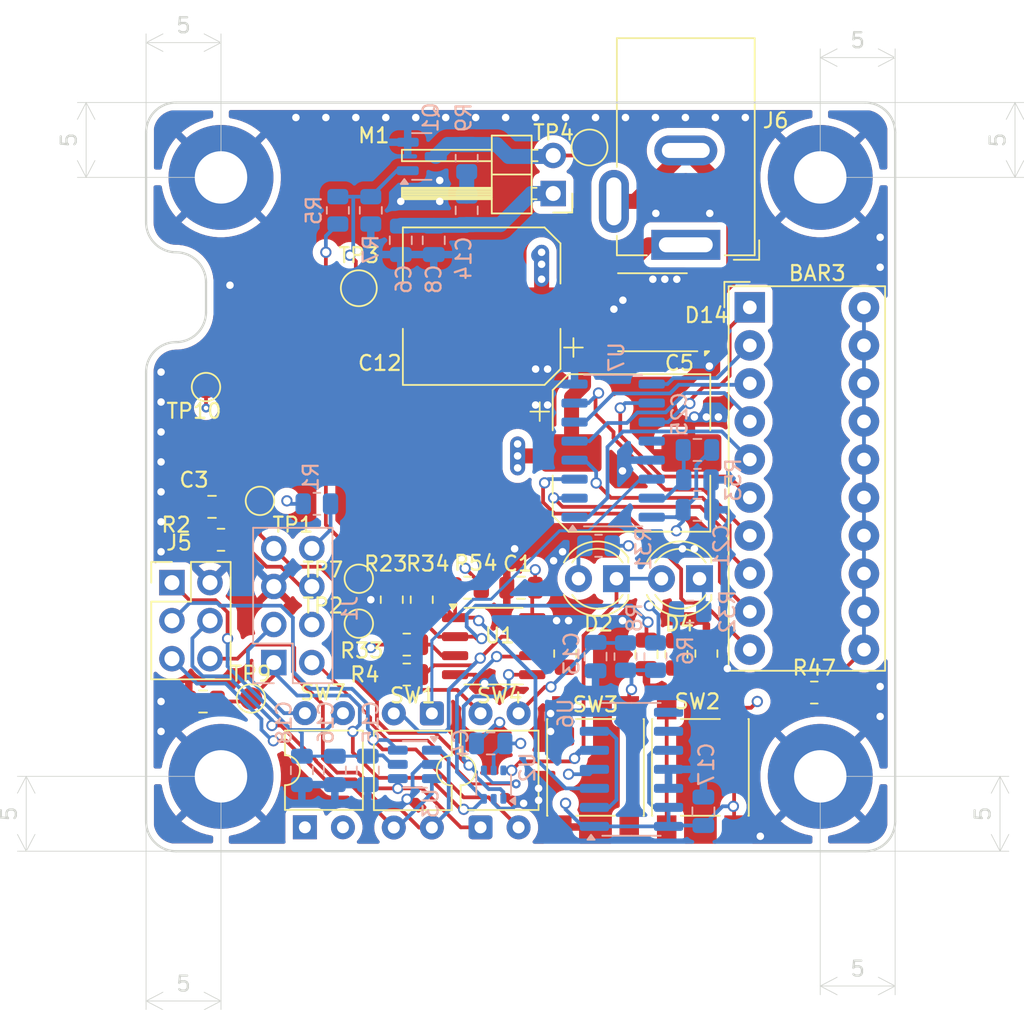
<source format=kicad_pcb>
(kicad_pcb (version 20241229) (generator "pcbnew") (generator_version "9.0")
  (layers (0 "F.Cu" signal) (4 "In1.Cu" signal) (6 "In2.Cu" signal) (2 "B.Cu" signal) (13 "F.Paste" user) (15 "B.Paste" user) (5 "F.SilkS" user "F.Silkscreen") (7 "B.SilkS" user "B.Silkscreen") (1 "F.Mask" user) (3 "B.Mask" user) (25 "Edge.Cuts" user))
  (net 0 "")
  (net 1 "GND")
  (net 2 "VCC")
  (net 3 "Net-(C14-Pad2)")
  (net 4 "HUMIDITY_SENSOR_IN")
  (net 5 "HUMIDITY_SENSOR_OUT")
  (net 6 "PUMP_ON_OFF")
  (net 7 "Net-(Q1-G)")
  (net 8 "HUMIDITY_SENSOR_COMP")
  (net 9 "Net-(U7-Q6)")
  (net 10 "DISPLAY_POWER")
  (net 11 "Net-(BAR3-K-Pad11)")
  (net 12 "Net-(U7-Q0)")
  (net 13 "Net-(U7-Q8)")
  (net 14 "Net-(U7-Q5)")
  (net 15 "Net-(U7-Q9)")
  (net 16 "Net-(U7-Q2)")
  (net 17 "Net-(U7-Q4)")
  (net 18 "Net-(U7-Q3)")
  (net 19 "Net-(U7-Q7)")
  (net 20 "Net-(U1A--)")
  (net 21 "Net-(U7-Q1)")
  (net 22 "Net-(U7-Reset)")
  (net 23 "Net-(D2-A)")
  (net 24 "Net-(D2-K)")
  (net 25 "Net-(R6-Pad2)")
  (net 26 "Net-(R11-Pad1)")
  (net 27 "Net-(U1A-+)")
  (net 28 "Net-(U6A-C)")
  (net 30 "Net-(J5-Pin_4)")
  (net 31 "DISPLAY_DATA")
  (net 32 "Net-(U6A-D)")
  (net 35 "Net-(M1--)")
  (net 36 "Net-(J5-Pin_5)")
  (net 37 "Net-(J5-Pin_6)")
  (net 38 "Net-(J5-Pin_1)")
  (net 39 "Net-(D14-Pad3)")
  (net 40 "Net-(D14-Pad4)")
  (net 41 "Net-(J5-Pin_3)")
  (net 42 "POT_DOWN")
  (net 43 "POT_UP")
  (net 44 "Net-(D4-K)")
  (net 45 "BUTTON")
  (net 46 "DISPLAY_BARGRAPH")
  (footprint "Resistor_SMD:R_0805_2012Metric" (layer "F.Cu") (at 172.4 76.8 90)
    (property "Reference" "R11" (hide yes))
    (property "Value" "10k")
  )
  (footprint "Package_DIP:DIP-4_W7.62mm" (layer "F.Cu") (at 145.6 88.4 90)
    (property "Reference" "SW7")
    (property "Value" "SW_DIP_x02")
  )
  (footprint "Capacitor_SMD:C_0805_2012Metric" (layer "F.Cu") (at 139.4 67 180)
    (property "Reference" "C3")
    (property "Value" "100n")
  )
  (footprint "Connector_PinHeader_2.54mm:PinHeader_1x02_P2.54mm_Horizontal" (layer "F.Cu") (at 162.175 46.075 180)
    (property "Reference" "M1")
    (property "Value" "Motor_DC")
  )
  (footprint "Resistor_SMD:R_0805_2012Metric" (layer "F.Cu") (at 156.4625 72.4)
    (property "Reference" "R54")
    (property "Value" "1k")
  )
  (footprint "Button_Switch_SMD:SW_SPST_PTS645" (layer "F.Cu") (at 165 84.4 90)
    (property "Reference" "SW3")
    (property "Value" "SW_Push")
  )
  (footprint "Capacitor_SMD:CP_Elec_10x10" (layer "F.Cu") (at 167.4 63.4)
    (property "Reference" "C5")
    (property "Value" "680u/12v")
  )
  (footprint "Resistor_SMD:R_0805_2012Metric" (layer "F.Cu") (at 153.4 73.2 90)
    (property "Reference" "R34")
    (property "Value" "100k")
  )
  (footprint "MountingHole:MountingHole_3.5mm_Pad" (layer "F.Cu") (at 140 45)
    (property "Reference" "H1" (hide yes))
    (property "Value" "MountingHole_Pad")
  )
  (footprint "Resistor_SMD:R_0805_2012Metric" (layer "F.Cu") (at 151.4 73.2 90)
    (property "Reference" "R23")
    (property "Value" "10k")
  )
  (footprint "Connector_BarrelJack:BarrelJack_GCT_DCJ200-10-A_Horizontal" (layer "F.Cu") (at 171.025 49.5 180)
    (property "Reference" "J6")
    (property "Value" "Barrel_Jack_Switch")
  )
  (footprint "Diode_SMD:Diode_Bridge_Diotec_ABS" (layer "F.Cu") (at 168.8 54 180)
    (property "Reference" "D14")
    (property "Value" "ABS2")
  )
  (footprint "Resistor_SMD:R_0805_2012Metric" (layer "F.Cu") (at 162.975 76.8 90)
    (property "Reference" "R3" (hide yes))
    (property "Value" "470k")
  )
  (footprint "Capacitor_SMD:C_0805_2012Metric" (layer "F.Cu") (at 138.8 80 180)
    (property "Reference" "C2" (hide yes))
    (property "Value" "3n3")
  )
  (footprint "TestPoint:TestPoint_Pad_D1.5mm" (layer "F.Cu") (at 149.2 71.8)
    (property "Reference" "TP7")
    (property "Value" "TestPoint")
  )
  (footprint "LED_THT:LED_D4.0mm" (layer "F.Cu") (at 171.94 71.8 180)
    (property "Reference" "D4")
    (property "Value" "LED")
  )
  (footprint "MountingHole:MountingHole_3.5mm_Pad" (layer "F.Cu") (at 180 45)
    (property "Reference" "H2" (hide yes))
    (property "Value" "MountingHole_Pad")
  )
  (footprint "Display:HDSP-4830" (layer "F.Cu") (at 175.2975 53.6775)
    (property "Reference" "BAR3")
    (property "Value" "HDSP-4830_2")
  )
  (footprint "Package_DIP:DIP-4_W7.62mm" (layer "F.Cu") (at 157.325 88.405 90)
    (property "Reference" "SW4")
    (property "Value" "SW_DIP_x02")
  )
  (footprint "LED_THT:LED_D4.0mm" (layer "F.Cu") (at 166.4 71.8 180)
    (property "Reference" "D2")
    (property "Value" "LED")
  )
  (footprint "Button_Switch_SMD:SW_SPST_PTS645" (layer "F.Cu") (at 172 84.4 90)
    (property "Reference" "SW2")
    (property "Value" "SW_Push")
  )
  (footprint "Package_SO:SO-8_3.9x4.9mm_P1.27mm" (layer "F.Cu") (at 158.2 76.305)
    (property "Reference" "U1")
    (property "Value" "MCP6002-xSN")
  )
  (footprint "Capacitor_SMD:C_0805_2012Metric" (layer "F.Cu") (at 168.4 76.85 -90)
    (property "Reference" "C7" (hide yes))
    (property "Value" "100n")
  )
  (footprint "TestPoint:TestPoint_Pad_D1.5mm" (layer "F.Cu") (at 149.2 74.8)
    (property "Reference" "TP2")
    (property "Value" "TestPoint")
  )
  (footprint "Capacitor_SMD:CP_Elec_10x10" (layer "F.Cu") (at 157.4 53.6 180)
    (property "Reference" "C12")
    (property "Value" "680u/12v")
  )
  (footprint "Connector_PinHeader_2.54mm:PinHeader_2x03_P2.54mm_Vertical" (layer "F.Cu") (at 136.725 72.06)
    (property "Reference" "J5")
    (property "Value" "Conn_02x03_Odd_Even")
  )
  (footprint "TestPoint:TestPoint_Pad_D1.5mm" (layer "F.Cu") (at 142 79.8)
    (property "Reference" "TP9")
    (property "Value" "TestPoint")
  )
  (footprint "Resistor_SMD:R_0805_2012Metric" (layer "F.Cu") (at 152.4 78.2 180)
    (property "Reference" "R4")
    (property "Value" "1k")
  )
  (footprint "MountingHole:MountingHole_3.5mm_Pad" (layer "F.Cu") (at 140 85)
    (property "Reference" "H4" (hide yes))
    (property "Value" "MountingHole_Pad")
  )
  (footprint "TestPoint:TestPoint_Pad_D1.5mm" (layer "F.Cu") (at 139 59)
    (property "Reference" "TP10")
    (property "Value" "TestPoint")
  )
  (footprint "Resistor_SMD:R_0805_2012Metric" (layer "F.Cu") (at 179.6 79.4)
    (property "Reference" "R47")
    (property "Value" "220R")
  )
  (footprint "TestPoint:TestPoint_Pad_D2.0mm" (layer "F.Cu") (at 149.2 52.4 90)
    (property "Reference" "TP3")
    (property "Value" "TestPoint")
  )
  (footprint "Resistor_SMD:R_0805_2012Metric" (layer "F.Cu") (at 140 69.2)
    (property "Reference" "R2")
    (property "Value" "0R")
  )
  (footprint "Resistor_SMD:R_0805_2012Metric" (layer "F.Cu") (at 170.4 76.85 90)
    (property "Reference" "R24" (hide yes))
    (property "Value" "10k")
  )
  (footprint "Capacitor_SMD:C_0805_2012Metric" (layer "F.Cu") (at 160.025 72.4 180)
    (property "Reference" "C1")
    (property "Value" "100n")
  )
  (footprint "Resistor_SMD:R_0805_2012Metric" (layer "F.Cu") (at 152.4 76.2)
    (property "Reference" "R33")
    (property "Value" "10k")
  )
  (footprint "MountingHole:MountingHole_3.5mm_Pad" (layer "F.Cu") (at 180 85)
    (property "Reference" "H3" (hide yes))
    (property "Value" "MountingHole_Pad")
  )
  (footprint "TestPoint:TestPoint_Pad_D2.0mm" (layer "F.Cu") (at 164.6 43)
    (property "Reference" "TP4")
    (property "Value" "TestPoint")
  )
  (footprint "TestPoint:TestPoint_Pad_D1.5mm" (layer "F.Cu") (at 142.6 66.6)
    (property "Reference" "TP1")
    (property "Value" "TestPoint")
  )
  (footprint "Package_DIP:DIP-4_W7.62mm" (layer "F.Cu") (at 154.075 80.795 -90)
    (property "Reference" "SW1")
    (property "Value" "SW_DIP_x02")
  )
  (footprint "Capacitor_SMD:C_0805_2012Metric" (layer "B.Cu") (at 152 49.2 -90)
    (property "Reference" "C6")
    (property "Value" "330n")
  )
  (footprint "Capacitor_SMD:C_0805_2012Metric" (layer "B.Cu") (at 145.4 84.6 -90)
    (property "Reference" "C18")
    (property "Value" "100n")
  )
  (footprint "Capacitor_SMD:C_0805_2012Metric" (layer "B.Cu") (at 165 77 -90)
    (property "Reference" "C13")
    (property "Value" "100n")
  )
  (footprint "Resistor_SMD:R_0805_2012Metric" (layer "B.Cu") (at 147.8 47.2 90)
    (property "Reference" "R5")
    (property "Value" "47R")
  )
  (footprint "Resistor_SMD:R_0805_2012Metric" (layer "B.Cu") (at 156.4 43.7125 90)
    (property "Reference" "R9")
    (property "Value" "4R7")
  )
  (footprint "Capacitor_SMD:C_0805_2012Metric" (layer "B.Cu") (at 171.8 63.2 180)
    (property "Reference" "C25")
    (property "Value" "100n")
  )
  (footprint "Resistor_SMD:R_0805_2012Metric" (layer "B.Cu") (at 171.3125 74)
    (property "Reference" "R32")
    (property "Value" "220R")
  )
  (footprint "Resistor_SMD:R_0805_2012Metric" (layer "B.Cu") (at 167 77 90)
    (property "Reference" "R8")
    (property "Value" "10k")
  )
  (footprint "Package_SO:SO-16_3.9x9.9mm_P1.27mm" (layer "B.Cu") (at 166.175 63.245)
    (property "Reference" "U7")
    (property "Value" "4017")
  )
  (footprint "Resistor_SMD:R_0805_2012Metric" (layer "B.Cu") (at 150 47.2 -90)
    (property "Reference" "R7")
    (property "Value" "10k")
  )
  (footprint "Package_SO:SO-14_3.9x8.65mm_P1.27mm" (layer "B.Cu") (at 167.4 84.53)
    (property "Reference" "U6")
    (property "Value" "74HC74")
  )
  (footprint "Package_TO_SOT_SMD:SOT-23" (layer "B.Cu") (at 153.4 43.6)
    (property "Reference" "Q1")
    (property "Value" "AO3404A")
  )
  (footprint "Capacitor_SMD:C_0805_2012Metric" (layer "B.Cu") (at 158 82.8 180)
    (property "Reference" "C4")
    (property "Value" "100n")
  )
  (footprint "Capacitor_SMD:C_0805_2012Metric" (layer "B.Cu") (at 171.8 67.195)
    (property "Reference" "C21")
    (property "Value" "100n")
  )
  (footprint "Resistor_SMD:R_0805_2012Metric" (layer "B.Cu") (at 171.8 65.2 180)
    (property "Reference" "R53")
    (property "Value" "22k")
  )
  (footprint "Resistor_SMD:R_0805_2012Metric" (layer "B.Cu") (at 169 77 -90)
    (property "Reference" "R6")
    (property "Value" "10k")
  )
  (footprint "Capacitor_SMD:C_0805_2012Metric" (layer "B.Cu") (at 149.8 84.6 -90)
    (property "Reference" "C15")
    (property "Value" "100n")
  )
  (footprint "Package_TO_SOT_SMD:SOT-363_SC-70-6" (layer "B.Cu") (at 158.2 85.55 90)
    (property "Reference" "U2")
    (property "Value" "74LVC1G3157")
  )
  (footprint "Connector_PinHeader_2.54mm:PinHeader_2x04_P2.54mm_Vertical" (layer "B.Cu") (at 143.525 77.4)
    (property "Reference" "J1")
    (property "Value" "Conn_02x04_Counter_Clockwise")
  )
  (footprint "Package_TO_SOT_SMD:SOT-23-6" (layer "B.Cu") (at 152.9375 84.2 180)
    (property "Reference" "U3")
    (property "Value" "PIC10F200-IOT")
  )
  (footprint "Capacitor_SMD:C_0805_2012Metric" (layer "B.Cu") (at 147.6 84.6 -90)
    (property "Reference" "C16")
    (property "Value" "100n")
  )
  (footprint "Resistor_SMD:R_0805_2012Metric" (layer "B.Cu") (at 146.4 66.8 180)
    (property "Reference" "R1")
    (property "Value" "0R")
  )
  (footprint "Resistor_SMD:R_0805_2012Metric" (layer "B.Cu") (at 165.2 69.6)
    (property "Reference" "R31")
    (property "Value" "220R")
  )
  (footprint "Capacitor_SMD:C_0805_2012Metric" (layer "B.Cu") (at 172.2 87.33 90)
    (property "Reference" "C17")
    (property "Value" "100n")
  )
  (footprint "Capacitor_SMD:C_0805_2012Metric" (layer "B.Cu") (at 156.4 47.2 90)
    (property "Reference" "C14")
    (property "Value" "100n")
  )
  (footprint "Capacitor_SMD:C_0805_2012Metric" (layer "B.Cu") (at 154.2 49.2 -90)
    (property "Reference" "C8")
    (property "Value" "330n")
  )
  (gr_line (start 158.4 77) (end 159.4 77) (stroke (width 0.2)) (layer "F.Cu") (net 4))
  (gr_arc (start 138.999999 53.999999) (mid 138.414213 55.414213) (end 136.999999 55.999999) (stroke (width 0.15)) (layer "Edge.Cuts"))
  (gr_line (start 185.000001 87.999999) (end 185 42) (stroke (width 0.15)) (layer "Edge.Cuts"))
  (gr_arc (start 135.000001 58.000001) (mid 135.585787 56.585787) (end 137.000001 56.000001) (stroke (width 0.15)) (layer "Edge.Cuts"))
  (gr_arc (start 137.000001 49.999999) (mid 135.585787 49.414213) (end 135.000001 47.999999) (stroke (width 0.15)) (layer "Edge.Cuts"))
  (gr_line (start 183 40.000001) (end 137.000001 40.000002) (stroke (width 0.15)) (layer "Edge.Cuts"))
  (gr_line (start 139 54) (end 138.999999 52) (stroke (width 0.15)) (layer "Edge.Cuts"))
  (gr_arc (start 135.000001 42.000001) (mid 135.585787 40.585787) (end 137.000001 40.000001) (stroke (width 0.15)) (layer "Edge.Cuts"))
  (gr_line (start 137.000001 90) (end 183 90) (stroke (width 0.15)) (layer "Edge.Cuts"))
  (gr_arc (start 183 40.000001) (mid 184.414213 40.585787) (end 185 42.000001) (stroke (width 0.15)) (layer "Edge.Cuts"))
  (gr_line (start 135.000002 87.999999) (end 135 58) (stroke (width 0.15)) (layer "Edge.Cuts"))
  (gr_arc (start 137.000001 89.999999) (mid 135.585787 89.414213) (end 135.000001 87.999999) (stroke (width 0.15)) (layer "Edge.Cuts"))
  (gr_arc (start 185 88) (mid 184.414214 89.414214) (end 183 90) (stroke (width 0.15)) (layer "Edge.Cuts"))
  (gr_arc (start 136.999999 50.000001) (mid 138.414213 50.585787) (end 138.999999 52.000001) (stroke (width 0.15)) (layer "Edge.Cuts"))
  (gr_line (start 135.000001 47.999999) (end 134.999999 42) (stroke (width 0.15)) (layer "Edge.Cuts"))
  (dimension (type orthogonal) (layer "Edge.Cuts") (pts (xy 180 85) (xy 180 90)) (height 12) (orientation 1) (format (prefix "") (suffix "") (units 3) (units_format 0) (precision 4) (suppress_zeroes yes)) (style (thickness 0.05) (arrow_length 1.27) (text_position_mode 0) (arrow_direction outward) (extension_height 0.58642) (extension_offset 0.5) (keep_text_aligned yes)) (gr_text "5" (at 190.85 87.5 90) (layer "Edge.Cuts") (effects (font (size 1 1) (thickness 0.15)))))
  (dimension (type orthogonal) (layer "Edge.Cuts") (pts (xy 140 85) (xy 140 90)) (height -13) (orientation 1) (format (prefix "") (suffix "") (units 3) (units_format 0) (precision 4) (suppress_zeroes yes)) (style (thickness 0.05) (arrow_length 1.27) (text_position_mode 0) (arrow_direction outward) (extension_height 0.58642) (extension_offset 0.5) (keep_text_aligned yes)) (gr_text "5" (at 125.85 87.5 90) (layer "Edge.Cuts") (effects (font (size 1 1) (thickness 0.15)))))
  (dimension (type orthogonal) (layer "Edge.Cuts") (pts (xy 180 45) (xy 185 45)) (height -8) (orientation 0) (format (prefix "") (suffix "") (units 3) (units_format 0) (precision 4) (suppress_zeroes yes)) (style (thickness 0.05) (arrow_length 1.27) (text_position_mode 0) (arrow_direction outward) (extension_height 0.58642) (extension_offset 0.5) (keep_text_aligned yes)) (gr_text "5" (at 182.5 35.85 0) (layer "Edge.Cuts") (effects (font (size 1 1) (thickness 0.15)))))
  (dimension (type orthogonal) (layer "Edge.Cuts") (pts (xy 180 45) (xy 180 40)) (height 13) (orientation 1) (format (prefix "") (suffix "") (units 3) (units_format 0) (precision 4) (suppress_zeroes yes)) (style (thickness 0.05) (arrow_length 1.27) (text_position_mode 0) (arrow_direction outward) (extension_height 0.58642) (extension_offset 0.5) (keep_text_aligned yes)) (gr_text "5" (at 191.85 42.5 90) (layer "Edge.Cuts") (effects (font (size 1 1) (thickness 0.15)))))
  (dimension (type orthogonal) (layer "Edge.Cuts") (pts (xy 180 85) (xy 185 85)) (height 14) (orientation 0) (format (prefix "") (suffix "") (units 3) (units_format 0) (precision 4) (suppress_zeroes yes)) (style (thickness 0.05) (arrow_length 1.27) (text_position_mode 0) (arrow_direction outward) (extension_height 0.58642) (extension_offset 0.5) (keep_text_aligned yes)) (gr_text "5" (at 182.5 97.85 0) (layer "Edge.Cuts") (effects (font (size 1 1) (thickness 0.15)))))
  (dimension (type orthogonal) (layer "Edge.Cuts") (pts (xy 140 45) (xy 140 40)) (height -9) (orientation 1) (format (prefix "") (suffix "") (units 3) (units_format 0) (precision 4) (suppress_zeroes yes)) (style (thickness 0.05) (arrow_length 1.27) (text_position_mode 0) (arrow_direction outward) (extension_height 0.58642) (extension_offset 0.5) (keep_text_aligned yes)) (gr_text "5" (at 129.85 42.5 90) (layer "Edge.Cuts") (effects (font (size 1 1) (thickness 0.15)))))
  (dimension (type orthogonal) (layer "Edge.Cuts") (pts (xy 140 85) (xy 135 85)) (height 15) (orientation 0) (format (prefix "") (suffix "") (units 3) (units_format 0) (precision 4) (suppress_zeroes yes)) (style (thickness 0.05) (arrow_length 1.27) (text_position_mode 0) (arrow_direction outward) (extension_height 0.58642) (extension_offset 0.5) (keep_text_aligned yes)) (gr_text "5" (at 137.5 98.85 0) (layer "Edge.Cuts") (effects (font (size 1 1) (thickness 0.15)))))
  (dimension (type orthogonal) (layer "Edge.Cuts") (pts (xy 140 45) (xy 135 45)) (height -9) (orientation 0) (format (prefix "") (suffix "") (units 3) (units_format 0) (precision 4) (suppress_zeroes yes)) (style (thickness 0.05) (arrow_length 1.27) (text_position_mode 0) (arrow_direction outward) (extension_height 0.58642) (extension_offset 0.5) (keep_text_aligned yes)) (gr_text "5" (at 137.5 34.85 0) (layer "Edge.Cuts") (effects (font (size 1 1) (thickness 0.15)))))
  (segment (start 161 57.8) (end 161 60.2) (width 1) (layer "F.Cu") (net 1))
  (segment (start 155.625 78.21) (end 157.01 78.21) (width 0.25) (layer "F.Cu") (net 1))
  (segment (start 157.01 78.21) (end 157.6 78.8) (width 0.25) (layer "F.Cu") (net 1))
  (segment (start 161.8 60.2) (end 161 60.2) (width 1) (layer "F.Cu") (net 1))
  (segment (start 173.8 77.2875) (end 173.8 77.8) (width 0.25) (layer "F.Cu") (net 1))
  (segment (start 151.1125 72.2875) (end 150.2 73.2) (width 0.25) (layer "F.Cu") (net 1))
  (segment (start 150.2 73.2) (end 150 73.2) (width 0.25) (layer "F.Cu") (net 1))
  (segment (start 172.4 75.8875) (end 173.8 77.2875) (width 0.25) (layer "F.Cu") (net 1))
  (segment (start 161 57.8) (end 161.8 57.8) (width 1) (layer "F.Cu") (net 1))
  (via (at 162 80.8) (size 0.75) (drill 0.5) (layers "F.Cu" "B.Cu") (net 1))
  (via (at 161 60.2) (size 0.75) (drill 0.5) (layers "F.Cu" "B.Cu") (net 1))
  (via (at 173.8 77.8) (size 0.75) (drill 0.5) (layers "F.Cu" "B.Cu") (net 1))
  (via (at 151 41) (size 0.75) (drill 0.5) (layers "F.Cu" "B.Cu") (net 1))
  (via (at 167 41) (size 0.75) (drill 0.5) (layers "F.Cu" "B.Cu") (net 1))
  (via (at 162.4 74.6) (size 0.75) (drill 0.5) (layers "F.Cu" "B.Cu") (net 1))
  (via (at 170.8 69.8) (size 0.75) (drill 0.5) (layers "F.Cu" "B.Cu") (net 1))
  (via (at 136 66) (size 0.75) (drill 0.5) (layers "F.Cu" "B.Cu") (net 1))
  (via (at 153 41) (size 0.75) (drill 0.5) (layers "F.Cu" "B.Cu") (net 1))
  (via (at 157.6 78.8) (size 0.75) (drill 0.5) (layers "F.Cu" "B.Cu") (net 1))
  (via (at 136 62) (size 0.75) (drill 0.5) (layers "F.Cu" "B.Cu") (net 1))
  (via (at 166.8 74.6) (size 0.75) (drill 0.5) (layers "F.Cu" "B.Cu") (net 1))
  (via (at 161 57.8) (size 0.75) (drill 0.5) (layers "F.Cu" "B.Cu") (net 1))
  (via (at 162 82) (size 0.75) (drill 0.5) (layers "F.Cu" "B.Cu") (net 1))
  (via (at 169 41) (size 0.75) (drill 0.5) (layers "F.Cu" "B.Cu") (net 1))
  (via (at 165 41) (size 0.75) (drill 0.5) (layers "F.Cu" "B.Cu") (net 1))
  (via (at 166.225 53.8) (size 0.75) (drill 0.5) (layers "F.Cu" "B.Cu") (net 1))
  (via (at 157 41) (size 0.75) (drill 0.5) (layers "F.Cu" "B.Cu") (net 1))
  (via (at 147 41) (size 0.75) (drill 0.5) (layers "F.Cu" "B.Cu") (net 1))
  (via (at 172.625 47.4) (size 0.75) (drill 0.5) (layers "F.Cu" "B.Cu") (net 1))
  (via (at 166.825 53.2) (size 0.75) (drill 0.5) (layers "F.Cu" "B.Cu") (net 1))
  (via (at 160.2 86.8) (size 0.75) (drill 0.5) (layers "F.Cu" "B.Cu") (net 1))
  (via (at 136 80) (size 0.75) (drill 0.5) (layers "F.Cu" "B.Cu") (net 1))
  (via (at 161.2 86.6) (size 0.75) (drill 0.5) (layers "F.Cu" "B.Cu") (net 1))
  (via (at 163.2 74.6) (size 0.75) (drill 0.5) (layers "F.Cu" "B.Cu") (net 1))
  (via (at 162.8 70) (size 0.75) (drill 0.5) (layers "F.Cu" "B.Cu") (net 1))
  (via (at 175 41) (size 0.75) (drill 0.5) (layers "F.Cu" "B.Cu") (net 1))
  (via (at 173.2 61) (size 0.75) (drill 0.5) (layers "F.Cu" "B.Cu") (net 1))
  (via (at 161 41) (size 0.75) (drill 0.5) (layers "F.Cu" "B.Cu") (net 1))
  (via (at 171 41) (size 0.75) (drill 0.5) (layers "F.Cu" "B.Cu") (net 1))
  (via (at 168.825 51.8) (size 0.75) (drill 0.5) (layers "F.Cu" "B.Cu") (net 1))
  (via (at 159.6 69.8) (size 0.75) (drill 0.5) (layers "F.Cu" "B.Cu") (net 1))
  (via (at 159 41) (size 0.75) (drill 0.5) (layers "F.Cu" "B.Cu") (net 1))
  (via (at 161.8 60.2) (size 0.75) (drill 0.5) (layers "F.Cu" "B.Cu") (net 1))
  (via (at 155 41) (size 0.75) (drill 0.5) (layers "F.Cu" "B.Cu") (net 1))
  (via (at 140.6 52.2) (size 0.75) (drill 0.5) (layers "F.Cu" "B.Cu") (net 1))
  (via (at 136 58) (size 0.75) (drill 0.5) (layers "F.Cu" "B.Cu") (net 1))
  (via (at 136 68) (size 0.75) (drill 0.5) (layers "F.Cu" "B.Cu") (net 1))
  (via (at 154.6 46.6) (size 0.75) (drill 0.5) (layers "F.Cu" "B.Cu") (net 1))
  (via (at 169.625 51.8) (size 0.75) (drill 0.5) (layers "F.Cu" "B.Cu") (net 1))
  (via (at 136 82) (size 0.75) (drill 0.5) (layers "F.Cu" "B.Cu") (net 1))
  (via (at 172.4 61) (size 0.75) (drill 0.5) (layers "F.Cu" "B.Cu") (net 1))
  (via (at 169.025 47.4) (size 0.75) (drill 0.5) (layers "F.Cu" "B.Cu") (net 1))
  (via (at 158.6 81.4) (size 0.75) (drill 0.5) (layers "F.Cu" "B.Cu") (net 1))
  (via (at 184 49) (size 0.75) (drill 0.5) (layers "F.Cu" "B.Cu") (net 1))
  (via (at 173 41) (size 0.75) (drill 0.5) (layers "F.Cu" "B.Cu") (net 1))
  (via (at 136 70) (size 0.75) (drill 0.5) (layers "F.Cu" "B.Cu") (net 1))
  (via (at 184 51) (size 0.75) (drill 0.5) (layers "F.Cu" "B.Cu") (net 1))
  (via (at 176 89) (size 0.75) (drill 0.5) (layers "F.Cu" "B.Cu") (net 1))
  (via (at 166.8 64.6) (size 0.75) (drill 0.5) (layers "F.Cu" "B.Cu") (net 1))
  (via (at 152 46.6) (size 0.75) (drill 0.5) (layers "F.Cu" "B.Cu") (net 1))
  (via (at 171.6 61) (size 0.75) (drill 0.5) (layers "F.Cu" "B.Cu") (net 1))
  (via (at 149 41) (size 0.75) (drill 0.5) (layers "F.Cu" "B.Cu") (net 1))
  (via (at 163 41) (size 0.75) (drill 0.5) (layers "F.Cu" "B.Cu") (net 1))
  (via (at 184 81) (size 0.75) (drill 0.5) (layers "F.Cu" "B.Cu") (net 1))
  (via (at 150 73.2) (size 0.75) (drill 0.5) (layers "F.Cu" "B.Cu") (net 1))
  (via (at 136 64) (size 0.75) (drill 0.5) (layers "F.Cu" "B.Cu") (net 1))
  (via (at 171.6 69.8) (size 0.75) (drill 0.5) (layers "F.Cu" "B.Cu") (net 1))
  (via (at 145 41) (size 0.75) (drill 0.5) (layers "F.Cu" "B.Cu") (net 1))
  (via (at 161.2 85.8) (size 0.75) (drill 0.5) (layers "F.Cu" "B.Cu") (net 1))
  (via (at 172.6 57.6) (size 0.75) (drill 0.5) (layers "F.Cu" "B.Cu") (net 1))
  (via (at 161.8 57.8) (size 0.75) (drill 0.5) (layers "F.Cu" "B.Cu") (net 1))
  (via (at 184 79) (size 0.75) (drill 0.5) (layers "F.Cu" "B.Cu") (net 1))
  (via (at 170.425 51.8) (size 0.75) (drill 0.5) (layers "F.Cu" "B.Cu") (net 1))
  (via (at 154.6 45.2) (size 0.75) (drill 0.5) (layers "F.Cu" "B.Cu") (net 1))
  (via (at 136 60) (size 0.75) (drill 0.5) (layers "F.Cu" "B.Cu") (net 1))
  (via (at 162.2 70.6) (size 0.75) (drill 0.5) (layers "F.Cu" "B.Cu") (net 1))
  (via (at 152.415677 86.523496) (size 0.75) (drill 0.5) (layers "F.Cu" "B.Cu") (net 1))
  (segment (start 152.7885 84.824001) (end 152.7885 86.150673) (width 0.25) (layer "B.Cu") (net 1))
  (segment (start 159.8 86.8) (end 159.449 87.151) (width 0.25) (layer "B.Cu") (net 1))
  (segment (start 158.570774 87.151) (end 158.2 86.780226) (width 0.25) (layer "B.Cu") (net 1))
  (segment (start 158.6 81.6) (end 158.6 81.4) (width 0.25) (layer "B.Cu") (net 1))
  (segment (start 160.2 86.8) (end 159.8 86.8) (width 0.25) (layer "B.Cu") (net 1))
  (segment (start 152.415677 86.523496) (end 152.276504 86.523496) (width 0.25) (layer "B.Cu") (net 1))
  (segment (start 158.2 86.780226) (end 158.2 86.5) (width 0.25) (layer "B.Cu") (net 1))
  (segment (start 152.7885 86.150673) (end 152.415677 86.523496) (width 0.25) (layer "B.Cu") (net 1))
  (segment (start 158.25 81.6) (end 158.6 81.6) (width 0.25) (layer "B.Cu") (net 1))
  (segment (start 157.05 82.8) (end 158.25 81.6) (width 0.25) (layer "B.Cu") (net 1))
  (segment (start 159.449 87.151) (end 158.570774 87.151) (width 0.25) (layer "B.Cu") (net 1))
  (segment (start 153.412501 84.2) (end 152.7885 84.824001) (width 0.25) (layer "B.Cu") (net 1))
  (segment (start 154.075 84.2) (end 153.412501 84.2) (width 0.25) (layer "B.Cu") (net 1))
  (segment (start 159.8 63.6) (end 163.2 63.6) (width 1) (layer "F.Cu") (net 2))
  (segment (start 163.551531 57.3) (end 161.4 55.148469) (width 1) (layer "F.Cu") (net 2))
  (segment (start 161.4 50) (end 161.4 51.8) (width 1) (layer "F.Cu") (net 2))
  (segment (start 164.2 58.878306) (end 164.2 57.3) (width 1) (layer "F.Cu") (net 2))
  (segment (start 175.38 80.42) (end 174.25 80.42) (width 0.25) (layer "F.Cu") (net 2))
  (segment (start 164.2 57.3) (end 163.551531 57.3) (width 1) (layer "F.Cu") (net 2))
  (segment (start 151.4875 78.2) (end 151.4875 76.2) (width 0.25) (layer "F.Cu") (net 2))
  (segment (start 160.775 74.4) (end 160.775 72.6) (width 0.25) (layer "F.Cu") (net 2))
  (segment (start 156.3 71.1) (end 157.375 72.175) (width 0.25) (layer "F.Cu") (net 2))
  (segment (start 139 59) (end 139 60.4) (width 0.25) (layer "F.Cu") (net 2))
  (segment (start 161.4 55.148469) (end 161.4 53.6) (width 1) (layer "F.Cu") (net 2))
  (segment (start 175.8 80) (end 175.38 80.42) (width 0.25) (layer "F.Cu") (net 2))
  (segment (start 163.4 59.678306) (end 164.2 58.878306) (width 1) (layer "F.Cu") (net 2))
  (segment (start 160.975 72.4) (end 160.975 71.2) (width 0.25) (layer "F.Cu") (net 2))
  (segment (start 170.475 57.3) (end 164.2 57.3) (width 1) (layer "F.Cu") (net 2))
  (segment (start 161.4 51.8) (end 161.4 53.6) (width 1) (layer "F.Cu") (net 2))
  (segment (start 171.775 56) (end 170.475 57.3) (width 1) (layer "F.Cu") (net 2))
  (segment (start 174.25 88.38) (end 174.25 80.42) (width 0.25) (layer "F.Cu") (net 2))
  (segment (start 159.8 64.4) (end 159.8 62.8) (width 1) (layer "F.Cu") (net 2))
  (segment (start 151.4875 76.2) (end 150.2 76.2) (width 0.25) (layer "F.Cu") (net 2))
  (segment (start 150.2 76.2) (end 150 76.4) (width 0.25) (layer "F.Cu") (net 2))
  (segment (start 163.4 63.4) (end 163.4 59.678306) (width 1) (layer "F.Cu") (net 2))
  (via (at 159.8 62.8) (size 0.75) (drill 0.5) (layers "F.Cu" "B.Cu") (net 2))
  (via (at 144.4 66.6) (size 0.75) (drill 0.5) (layers "F.Cu" "B.Cu") (net 2))
  (via (at 175.8 80) (size 0.75) (drill 0.5) (layers "F.Cu" "B.Cu") (net 2))
  (via (at 139 60.4) (size 0.6) (drill 0.3) (layers "F.Cu" "B.Cu") (net 2))
  (via (at 170.4 68.6) (size 0.75) (drill 0.5) (layers "F.Cu" "B.Cu") (net 2))
  (via (at 150 76.4) (size 0.75) (drill 0.5) (layers "F.Cu" "B.Cu") (net 2))
  (via (at 168.6 73.6) (size 0.75) (drill 0.5) (layers "F.Cu" "B.Cu") (net 2))
  (via (at 161.4 51.8) (size 0.75) (drill 0.5) (layers "F.Cu" "B.Cu") (net 2))
  (via (at 160 82.8) (size 0.75) (drill 0.5) (layers "F.Cu" "B.Cu") (net 2))
  (via (at 163.2 84.856001) (size 0.75) (drill 0.5) (layers "F.Cu" "B.Cu") (net 2))
  (via (at 167.2 69.6) (size 0.75) (drill 0.5) (layers "F.Cu" "B.Cu") (net 2))
  (via (at 163 86.8) (size 0.75) (drill 0.5) (layers "F.Cu" "B.Cu") (net 2))
  (via (at 159.8 63.6) (size 0.75) (drill 0.5) (layers "F.Cu" "B.Cu") (net 2))
  (via (at 161.4 50) (size 0.75) (drill 0.5) (layers "F.Cu" "B.Cu") (net 2))
  (via (at 160.975 71.2) (size 0.75) (drill 0.5) (layers "F.Cu" "B.Cu") (net 2))
  (via (at 161.4 50.8) (size 0.75) (drill 0.5) (layers "F.Cu" "B.Cu") (net 2))
  (via (at 159.8 64.4) (size 0.75) (drill 0.5) (layers "F.Cu" "B.Cu") (net 2))
  (via (at 174.2 87) (size 0.75) (drill 0.5) (layers "F.Cu" "B.Cu") (net 2))
  (via (at 156.3 71.1) (size 0.75) (drill 0.5) (layers "F.Cu" "B.Cu") (net 2))
  (segment (start 158.2 84.6) (end 158.2 83.55) (width 0.25) (layer "B.Cu") (net 2))
  (segment (start 158.95 82.8) (end 160 82.8) (width 0.25) (layer "B.Cu") (net 2))
  (segment (start 171.726 66.319) (end 170.85 67.195) (width 0.25) (layer "B.Cu") (net 2))
  (segment (start 154.2 48.2) (end 152 48.2) (width 1) (layer "B.Cu") (net 2))
  (segment (start 159.8 64.4) (end 159.8 63.6) (width 1) (layer "B.Cu") (net 2))
  (segment (start 169.875 87.07) (end 169.875 88.34) (width 0.25) (layer "B.Cu") (net 2))
  (segment (start 169.935 88.28) (end 172.2 88.28) (width 0.25) (layer "B.Cu") (net 2))
  (segment (start 169.2 74.2) (end 168.6 73.6) (width 0.25) (layer "B.Cu") (net 2))
  (segment (start 161.4 50.8) (end 161.4 51.8) (width 1) (layer "B.Cu") (net 2))
  (segment (start 158.65 48.15) (end 160.725 46.075) (width 1) (layer "B.Cu") (net 2))
  (segment (start 170.355 67.69) (end 170.85 67.195) (width 0.25) (layer "B.Cu") (net 2))
  (segment (start 170.4 68.4) (end 170.85 67.95) (width 0.25) (layer "B.Cu") (net 2))
  (segment (start 156.4 48.15) (end 158.65 48.15) (width 1) (layer "B.Cu") (net 2))
  (segment (start 164.14 88.34) (end 163 87.2) (width 0.25) (layer "B.Cu") (net 2))
  (segment (start 170.4 68.6) (end 170.4 68.4) (width 0.25) (layer "B.Cu") (net 2))
  (segment (start 168.574 83.586001) (end 168.574 86.743999) (width 0.25) (layer "B.Cu") (net 2))
  (segment (start 169.875 88.34) (end 164.925 88.34) (width 0.25) (layer "B.Cu") (net 2))
  (segment (start 168.900001 87.07) (end 169.875 87.07) (width 0.25) (layer "B.Cu") (net 2))
  (segment (start 144.6 66.8) (end 144.4 66.6) (width 0.25) (layer "B.Cu") (net 2))
  (segment (start 169.875 83.26) (end 168.900001 83.26) (width 0.25) (layer "B.Cu") (net 2))
  (segment (start 154.2 48.2) (end 156.35 48.2) (width 1) (layer "B.Cu") (net 2))
  (segment (start 163.2 84.856001) (end 164.598999 84.856001) (width 0.25) (layer "B.Cu") (net 2))
  (segment (start 168.75 67.69) (end 170.355 67.69) (width 0.25) (layer "B.Cu") (net 2))
  (segment (start 169.2 75.8875) (end 169.2 74.2) (width 0.25) (layer "B.Cu") (net 2))
  (segment (start 162.175 46.075) (end 160.725 46.075) (width 1) (layer "B.Cu") (net 2))
  (segment (start 161.2 50.2) (end 161.4 50) (width 1) (layer "B.Cu") (net 2))
  (segment (start 166.1125 69.6) (end 167.2 69.6) (width 0.25) (layer "B.Cu") (net 2))
  (segment (start 156.35 48.2) (end 156.4 48.15) (width 1) (layer "B.Cu") (net 2))
  (segment (start 161.4 50.8) (end 161.4 50) (width 1) (layer "B.Cu") (net 2))
  (segment (start 145.4875 66.8) (end 144.6 66.8) (width 0.25) (layer "B.Cu") (net 2))
  (segment (start 163 87.2) (end 163 86.8) (width 0.25) (layer "B.Cu") (net 2))
  (segment (start 168.900001 83.26) (end 168.574 83.586001) (width 0.25) (layer "B.Cu") (net 2))
  (segment (start 171.726 64.224) (end 171.726 66.319) (width 0.25) (layer "B.Cu") (net 2))
  (segment (start 158.2 83.55) (end 158.95 82.8) (width 0.25) (layer "B.Cu") (net 2))
  (segment (start 164.598999 84.856001) (end 164.925 84.53) (width 0.25) (layer "B.Cu") (net 2))
  (segment (start 173.48 87) (end 172.2 88.28) (width 0.25) (layer "B.Cu") (net 2))
  (segment (start 172.75 63.2) (end 171.726 64.224) (width 0.25) (layer "B.Cu") (net 2))
  (segment (start 168.574 86.743999) (end 168.900001 87.07) (width 0.25) (layer "B.Cu") (net 2))
  (segment (start 170.85 67.95) (end 170.85 67.195) (width 0.25) (layer "B.Cu") (net 2))
  (segment (start 174.2 87) (end 173.48 87) (width 0.25) (layer "B.Cu") (net 2))
  (segment (start 159.8 63.6) (end 159.8 62.8) (width 1) (layer "B.Cu") (net 2))
  (segment (start 156.4 44.625) (end 156.4 46.25) (width 1) (layer "B.Cu") (net 3))
  (segment (start 150.499 85.099) (end 153.899 85.099) (width 0.25) (layer "F.Cu") (net 4))
  (segment (start 148.8 82) (end 148.8 83.4) (width 0.25) (layer "F.Cu") (net 4))
  (segment (start 158.4 77) (end 160.715 77) (width 0.25) (layer "F.Cu") (net 4))
  (segment (start 139.75 80) (end 141.8 80) (width 0.25) (layer "F.Cu") (net 4))
  (segment (start 143.525 77.4) (end 143.525 78.275) (width 0.25) (layer "F.Cu") (net 4))
  (segment (start 162.975 77.7125) (end 162.2025 76.94) (width 0.25) (layer "F.Cu") (net 4))
  (segment (start 143.525 78.275) (end 142 79.8) (width 0.25) (layer "F.Cu") (net 4))
  (segment (start 162.2025 76.94) (end 160.775 76.94) (width 0.25) (layer "F.Cu") (net 4))
  (segment (start 156 87.2) (end 156.2 87.2) (width 0.25) (layer "F.Cu") (net 4))
  (segment (start 153.899 85.099) (end 156 87.2) (width 0.25) (layer "F.Cu") (net 4))
  (segment (start 148.8 83.4) (end 150.499 85.099) (width 0.25) (layer "F.Cu") (net 4))
  (via (at 148.8 82) (size 0.75) (drill 0.5) (layers "F.Cu" "B.Cu") (net 4))
  (via (at 156.2 87.2) (size 0.75) (drill 0.5) (layers "F.Cu" "B.Cu") (net 4))
  (via (at 158.4 77) (size 0.75) (drill 0.5) (layers "F.Cu" "B.Cu") (net 4))
  (segment (start 145.079595 79.6) (end 148.552405 79.6) (width 0.25) (layer "B.Cu") (net 4))
  (segment (start 156.85 87.2) (end 157.55 86.5) (width 0.25) (layer "B.Cu") (net 4))
  (segment (start 155.748 84.698) (end 155.748 79.652) (width 0.25) (layer "B.Cu") (net 4))
  (segment (start 149.266 80.313595) (end 149.266 81.534) (width 0.25) (layer "B.Cu") (net 4))
  (segment (start 155.748 84.698) (end 157.55 86.5) (width 0.25) (layer "B.Cu") (net 4))
  (segment (start 149.266 81.534) (end 148.8 82) (width 0.25) (layer "B.Cu") (net 4))
  (segment (start 155.748 79.652) (end 158.4 77) (width 0.25) (layer "B.Cu") (net 4))
  (segment (start 156.2 87.2) (end 156.85 87.2) (width 0.25) (layer "B.Cu") (net 4))
  (segment (start 148.552405 79.6) (end 149.266 80.313595) (width 0.25) (layer "B.Cu") (net 4))
  (segment (start 143.525 78.045405) (end 145.079595 79.6) (width 0.25) (layer "B.Cu") (net 4))
  (segment (start 158.738636 75.67) (end 157.304318 77.104318) (width 0.25) (layer "F.Cu") (net 5))
  (segment (start 152.474 75.51181) (end 151.96219 75) (width 0.25) (layer "F.Cu") (net 5))
  (segment (start 160.775 75.67) (end 162.7575 75.67) (width 0.25) (layer "F.Cu") (net 5))
  (segment (start 157.304318 77.104318) (end 156.824636 77.584) (width 0.25) (layer "F.Cu") (net 5))
  (segment (start 153.3125 78.2) (end 152.474 77.3615) (width 0.25) (layer "F.Cu") (net 5))
  (segment (start 160.775 75.67) (end 158.738636 75.67) (width 0.25) (layer "F.Cu") (net 5))
  (segment (start 154.216 77.584) (end 153.6 78.2) (width 0.25) (layer "F.Cu") (net 5))
  (segment (start 151.96219 75) (end 149.702 75) (width 0.25) (layer "F.Cu") (net 5))
  (segment (start 156.824636 77.584) (end 154.216 77.584) (width 0.25) (layer "F.Cu") (net 5))
  (segment (start 152.474 77.3615) (end 152.474 75.51181) (width 0.25) (layer "F.Cu") (net 5))
  (via (at 157.304318 77.104318) (size 0.75) (drill 0.5) (layers "F.Cu" "B.Cu") (net 5))
  (segment (start 155.201 81.799) (end 155 82) (width 0.25) (layer "B.Cu") (net 5))
  (segment (start 155.201 79.207636) (end 155.201 81.799) (width 0.25) (layer "B.Cu") (net 5))
  (segment (start 157.304318 77.104318) (end 155.201 79.207636) (width 0.25) (layer "B.Cu") (net 5))
  (segment (start 155 82) (end 153.2 82) (width 0.25) (layer "B.Cu") (net 5))
  (segment (start 153.2 82) (end 151.995 80.795) (width 0.25) (layer "B.Cu") (net 5))
  (segment (start 147 68.2) (end 148 69.2) (width 0.25) (layer "F.Cu") (net 6))
  (segment (start 150.26381 79.226) (end 155.766 79.226) (width 0.25) (layer "F.Cu") (net 6))
  (segment (start 147 50) (end 147 68.2) (width 0.25) (layer "F.Cu") (net 6))
  (segment (start 148 69.2) (end 148 76.96219) (width 0.25) (layer "F.Cu") (net 6))
  (segment (start 148 76.96219) (end 150.26381 79.226) (width 0.25) (layer "F.Cu") (net 6))
  (segment (start 155.766 79.226) (end 157.325 80.785) (width 0.25) (layer "F.Cu") (net 6))
  (via (at 147 50) (size 0.75) (drill 0.5) (layers "F.Cu" "B.Cu") (net 6))
  (segment (start 147 48.9125) (end 147.8 48.1125) (width 0.25) (layer "B.Cu") (net 6))
  (segment (start 147 50) (end 147 48.9125) (width 0.25) (layer "B.Cu") (net 6))
  (segment (start 149 52.2) (end 149 50.6) (width 0.25) (layer "F.Cu") (net 7))
  (segment (start 149 50.6) (end 148.6 50.2) (width 0.25) (layer "F.Cu") (net 7))
  (via (at 148.6 50.2) (size 0.75) (drill 0.5) (layers "F.Cu" "B.Cu") (net 7))
  (segment (start 152.4625 44.55) (end 151.7375 44.55) (width 0.25) (layer "B.Cu") (net 7))
  (segment (start 148.8 46.2875) (end 148.826 46.3135) (width 0.25) (layer "B.Cu") (net 7))
  (segment (start 151.7375 44.55) (end 150 46.2875) (width 0.25) (layer "B.Cu") (net 7))
  (segment (start 148.826 46.3135) (end 148.826 49.974) (width 0.25) (layer "B.Cu") (net 7))
  (segment (start 148.8 46.2875) (end 147.8 46.2875) (width 0.25) (layer "B.Cu") (net 7))
  (segment (start 150 46.2875) (end 148.8 46.2875) (width 0.25) (layer "B.Cu") (net 7))
  (segment (start 148.826 49.974) (end 148.6 50.2) (width 0.25) (layer "B.Cu") (net 7))
  (segment (start 160.775 78.21) (end 159.2 78.21) (width 0.25) (layer "F.Cu") (net 8))
  (segment (start 147.549 71.949) (end 146.6 71) (width 0.25) (layer "F.Cu") (net 8))
  (segment (start 147.549 77.149) (end 147.549 71.949) (width 0.25) (layer "F.Cu") (net 8))
  (segment (start 154.299 82.099) (end 151.246594 82.099) (width 0.25) (layer "F.Cu") (net 8))
  (segment (start 156.290112 84.090112) (end 154.299 82.099) (width 0.25) (layer "F.Cu") (net 8))
  (segment (start 156.554944 84.245056) (end 156.4 84.090112) (width 0.25) (layer "F.Cu") (net 8))
  (segment (start 142 67.2) (end 140.75 67.2) (width 0.25) (layer "F.Cu") (net 8))
  (segment (start 140.75 67.2) (end 140.55 67) (width 0.25) (layer "F.Cu") (net 8))
  (segment (start 151.246594 82.099) (end 150.409 81.261405) (width 0.25) (layer "F.Cu") (net 8))
  (segment (start 150.409 80.009) (end 147.549 77.149) (width 0.25) (layer "F.Cu") (net 8))
  (segment (start 150.409 81.261405) (end 150.409 80.009) (width 0.25) (layer "F.Cu") (net 8))
  (segment (start 144.745 71) (end 143.525 69.78) (width 0.25) (layer "F.Cu") (net 8))
  (segment (start 156.4 84.090112) (end 156.290112 84.090112) (width 0.25) (layer "F.Cu") (net 8))
  (segment (start 142.6 66.6) (end 142 67.2) (width 0.25) (layer "F.Cu") (net 8))
  (segment (start 142.6 68.855) (end 142.6 66.6) (width 0.25) (layer "F.Cu") (net 8))
  (segment (start 143.525 69.78) (end 142.6 68.855) (width 0.25) (layer "F.Cu") (net 8))
  (segment (start 146.6 71) (end 144.745 71) (width 0.25) (layer "F.Cu") (net 8))
  (via (at 159.2 78.21) (size 0.75) (drill 0.5) (layers "F.Cu" "B.Cu") (net 8))
  (via (at 156.554944 84.245056) (size 0.75) (drill 0.5) (layers "F.Cu" "B.Cu") (net 8))
  (segment (start 157.024 84.714113) (end 157.024 85.004226) (width 0.25) (layer "B.Cu") (net 8))
  (segment (start 157.282964 85.251) (end 157.880964 85.849) (width 0.25) (layer "B.Cu") (net 8))
  (segment (start 156.858595 79.659) (end 156.199 80.318595) (width 0.25) (layer "B.Cu") (net 8))
  (segment (start 157.024 85.004226) (end 157.270774 85.251) (width 0.25) (layer "B.Cu") (net 8))
  (segment (start 158.541 79.659) (end 156.858595 79.659) (width 0.25) (layer "B.Cu") (net 8))
  (segment (start 158.649 85.849) (end 158.85 86.05) (width 0.25) (layer "B.Cu") (net 8))
  (segment (start 157.270774 85.251) (end 157.282964 85.251) (width 0.25) (layer "B.Cu") (net 8))
  (segment (start 156.554944 84.245056) (end 157.024 84.714113) (width 0.25) (layer "B.Cu") (net 8))
  (segment (start 159.2 78.21) (end 159.2 79) (width 0.25) (layer "B.Cu") (net 8))
  (segment (start 158.85 86.05) (end 158.85 86.5) (width 0.25) (layer "B.Cu") (net 8))
  (segment (start 159.2 79) (end 158.541 79.659) (width 0.25) (layer "B.Cu") (net 8))
  (segment (start 157.880964 85.849) (end 158.649 85.849) (width 0.25) (layer "B.Cu") (net 8))
  (segment (start 156.199 83.889112) (end 156.554944 84.245056) (width 0.25) (layer "B.Cu") (net 8))
  (segment (start 156.199 80.318595) (end 156.199 83.889112) (width 0.25) (layer "B.Cu") (net 8))
  (segment (start 169.676322 60.696) (end 170.972322 59.4) (width 0.25) (layer "B.Cu") (net 9))
  (segment (start 167.096 61.4) (end 167.8 60.696) (width 0.25) (layer "B.Cu") (net 9))
  (segment (start 173.6 59.4) (end 175.2975 61.0975) (width 0.25) (layer "B.Cu") (net 9))
  (segment (start 170.972322 59.4) (end 173.6 59.4) (width 0.25) (layer "B.Cu") (net 9))
  (segment (start 167.8 60.696) (end 169.676322 60.696) (width 0.25) (layer "B.Cu") (net 9))
  (segment (start 163.6 62.61) (end 164.59 62.61) (width 0.25) (layer "B.Cu") (net 9))
  (segment (start 164.59 62.61) (end 165.8 61.4) (width 0.25) (layer "B.Cu") (net 9))
  (segment (start 165.8 61.4) (end 167.096 61.4) (width 0.25) (layer "B.Cu") (net 9))
  (segment (start 141.8 76.585) (end 143.525 74.86) (width 0.25) (layer "B.Cu") (net 10))
  (segment (start 141.8 78.370826) (end 141.8 76.585) (width 0.25) (layer "B.Cu") (net 10))
  (segment (start 145.6 80.78) (end 144.209174 80.78) (width 0.25) (layer "B.Cu") (net 10))
  (segment (start 144.209174 80.78) (end 141.8 78.370826) (width 0.25) (layer "B.Cu") (net 10))
  (segment (start 180.5125 78.9425) (end 182.9175 76.5375) (width 0.25) (layer "F.Cu") (net 11))
  (segment (start 182.9175 66.3775) (end 182.9175 68.9175) (width 0.25) (layer "B.Cu") (net 11))
  (segment (start 182.9175 76.5375) (end 182.9175 73.9975) (width 0.25) (layer "B.Cu") (net 11))
  (segment (start 182.9175 56.2175) (end 182.9175 58.7575) (width 0.25) (layer "B.Cu") (net 11))
  (segment (start 182.9175 63.8375) (end 182.9175 66.3775) (width 0.25) (layer "B.Cu") (net 11))
  (segment (start 182.9175 58.7575) (end 182.9175 61.2975) (width 0.25) (layer "B.Cu") (net 11))
  (segment (start 182.9175 71.4575) (end 182.9175 73.9975) (width 0.25) (layer "B.Cu") (net 11))
  (segment (start 182.9175 68.9175) (end 182.9175 71.4575) (width 0.25) (layer "B.Cu") (net 11))
  (segment (start 182.9175 53.6775) (end 182.9175 56.2175) (width 0.25) (layer "B.Cu") (net 11))
  (segment (start 182.9175 61.2975) (end 182.9175 63.8375) (width 0.25) (layer "B.Cu") (net 11))
  (segment (start 162.259636 67.451) (end 161.499 66.690364) (width 0.25) (layer "F.Cu") (net 12))
  (segment (start 161.499 65.501) (end 161.6 65.4) (width 0.25) (layer "F.Cu") (net 12))
  (segment (start 170.714 71.165) (end 167 67.451) (width 0.25) (layer "F.Cu") (net 12))
  (segment (start 167 67.451) (end 162.259636 67.451) (width 0.25) (layer "F.Cu") (net 12))
  (segment (start 171 73.4) (end 170.714 73.114) (width 0.25) (layer "F.Cu") (net 12))
  (segment (start 170.714 73.114) (end 170.714 71.165) (width 0.25) (layer "F.Cu") (net 12))
  (segment (start 172.16 73.4) (end 171 73.4) (width 0.25) (layer "F.Cu") (net 12))
  (segment (start 161.499 66.690364) (end 161.499 65.501) (width 0.25) (layer "F.Cu") (net 12))
  (segment (start 175.2975 76.5375) (end 172.16 73.4) (width 0.25) (layer "F.Cu") (net 12))
  (via (at 161.6 65.4) (size 0.75) (drill 0.5) (layers "F.Cu" "B.Cu") (net 12))
  (segment (start 161.85 65.15) (end 161.6 65.4) (width 0.25) (layer "B.Cu") (net 12))
  (segment (start 163.6 65.15) (end 161.85 65.15) (width 0.25) (layer "B.Cu") (net 12))
  (segment (start 170.2 58.4) (end 173.115 58.4) (width 0.25) (layer "B.Cu") (net 13))
  (segment (start 168.75 58.8) (end 169.8 58.8) (width 0.25) (layer "B.Cu") (net 13))
  (segment (start 173.115 58.4) (end 175.2975 56.2175) (width 0.25) (layer "B.Cu") (net 13))
  (segment (start 169.8 58.8) (end 170.2 58.4) (width 0.25) (layer "B.Cu") (net 13))
  (segment (start 175.2975 63.8375) (end 173.426 61.966) (width 0.25) (layer "B.Cu") (net 14))
  (segment (start 165.8 63) (end 165.8 66.4) (width 0.25) (layer "B.Cu") (net 14))
  (segment (start 166.834 61.966) (end 165.8 63) (width 0.25) (layer "B.Cu") (net 14))
  (segment (start 173.426 61.966) (end 166.834 61.966) (width 0.25) (layer "B.Cu") (net 14))
  (segment (start 164.51 67.69) (end 163.6 67.69) (width 0.25) (layer "B.Cu") (net 14))
  (segment (start 165.8 66.4) (end 164.51 67.69) (width 0.25) (layer "B.Cu") (net 14))
  (segment (start 173.9555 58.2445) (end 173.9555 55.0195) (width 0.25) (layer "F.Cu") (net 15))
  (segment (start 173.2 59) (end 173.9555 58.2445) (width 0.25) (layer "F.Cu") (net 15))
  (segment (start 171.293768 60.1) (end 171.293768 59.893768) (width 0.25) (layer "F.Cu") (net 15))
  (segment (start 173.9555 55.0195) (end 175.2975 53.6775) (width 0.25) (layer "F.Cu") (net 15))
  (segment (start 171.293768 59.893768) (end 172.187536 59) (width 0.25) (layer "F.Cu") (net 15))
  (segment (start 172.187536 59) (end 173.2 59) (width 0.25) (layer "F.Cu") (net 15))
  (via (at 171.293768 60.1) (size 0.75) (drill 0.5) (layers "F.Cu" "B.Cu") (net 15))
  (segment (start 169.847536 61.34) (end 168.75 61.34) (width 0.25) (layer "B.Cu") (net 15))
  (segment (start 171.087536 60.1) (end 169.847536 61.34) (width 0.25) (layer "B.Cu") (net 15))
  (segment (start 171.293768 60.1) (end 171.087536 60.1) (width 0.25) (layer "B.Cu") (net 15))
  (segment (start 165.042571 65.406911) (end 166.03566 66.4) (width 0.25) (layer "F.Cu") (net 16))
  (segment (start 172.14219 66.4) (end 173.9555 68.21331) (width 0.25) (layer "F.Cu") (net 16))
  (segment (start 166.03566 66.4) (end 172.14219 66.4) (width 0.25) (layer "F.Cu") (net 16))
  (segment (start 173.9555 70.1155) (end 175.2975 71.4575) (width 0.25) (layer "F.Cu") (net 16))
  (segment (start 173.9555 68.21331) (end 173.9555 70.1155) (width 0.25) (layer "F.Cu") (net 16))
  (via (at 165.042571 65.406911) (size 0.75) (drill 0.5) (layers "F.Cu" "B.Cu") (net 16))
  (segment (start 165.042571 65.406911) (end 165.042571 64.642571) (width 0.25) (layer "B.Cu") (net 16))
  (segment (start 165.042571 64.642571) (end 164.28 63.88) (width 0.25) (layer "B.Cu") (net 16))
  (segment (start 166.651 62.222514) (end 166.651 60.4) (width 0.25) (layer "F.Cu") (net 17))
  (segment (start 175.2975 66.3775) (end 173.896 64.976) (width 0.25) (layer "F.Cu") (net 17))
  (segment (start 169.404486 64.976) (end 166.651 62.222514) (width 0.25) (layer "F.Cu") (net 17))
  (segment (start 173.896 64.976) (end 169.404486 64.976) (width 0.25) (layer "F.Cu") (net 17))
  (via (at 166.651 60.4) (size 0.75) (drill 0.5) (layers "F.Cu" "B.Cu") (net 17))
  (segment (start 166.981 60.07) (end 166.651 60.4) (width 0.25) (layer "B.Cu") (net 17))
  (segment (start 168.75 60.07) (end 166.981 60.07) (width 0.25) (layer "B.Cu") (net 17))
  (segment (start 169.217676 65.427) (end 166.2 62.409324) (width 0.25) (layer "F.Cu") (net 18))
  (segment (start 166.2 62.409324) (end 166.2 62) (width 0.25) (layer "F.Cu") (net 18))
  (segment (start 165 60.8) (end 165 59.6) (width 0.25) (layer "F.Cu") (net 18))
  (segment (start 169.227 65.427) (end 169.217676 65.427) (width 0.25) (layer "F.Cu") (net 18))
  (segment (start 165 59.6) (end 165.2 59.4) (width 0.25) (layer "F.Cu") (net 18))
  (segment (start 166.2 62) (end 165 60.8) (width 0.25) (layer "F.Cu") (net 18))
  (segment (start 172.231 65.851) (end 169.651 65.851) (width 0.25) (layer "F.Cu") (net 18))
  (segment (start 169.651 65.851) (end 169.227 65.427) (width 0.25) (layer "F.Cu") (net 18))
  (segment (start 175.2975 68.9175) (end 172.231 65.851) (width 0.25) (layer "F.Cu") (net 18))
  (via (at 165.2 59.4) (size 0.75) (drill 0.5) (layers "F.Cu" "B.Cu") (net 18))
  (segment (start 163.6 60.07) (end 164.53 60.07) (width 0.25) (layer "B.Cu") (net 18))
  (segment (start 164.53 60.07) (end 165.2 59.4) (width 0.25) (layer "B.Cu") (net 18))
  (segment (start 175.204 58.851) (end 170.549 58.851) (width 0.25) (layer "B.Cu") (net 19))
  (segment (start 170.549 58.851) (end 169.974 59.426) (width 0.25) (layer "B.Cu") (net 19))
  (segment (start 169.974 59.426) (end 166.2 59.426) (width 0.25) (layer "B.Cu") (net 19))
  (segment (start 166.2 59.426) (end 164.286 61.34) (width 0.25) (layer "B.Cu") (net 19))
  (segment (start 157.06 75.8) (end 156.93 75.67) (width 0.25) (layer "F.Cu") (net 20))
  (segment (start 168.4 75.9) (end 168.4 74.8) (width 0.25) (layer "F.Cu") (net 20))
  (segment (start 156.93 75.67) (end 155.625 75.67) (width 0.25) (layer "F.Cu") (net 20))
  (segment (start 155.625 75.67) (end 154.5325 75.67) (width 0.25) (layer "F.Cu") (net 20))
  (segment (start 154.5325 75.67) (end 153.375 74.5125) (width 0.25) (layer "F.Cu") (net 20))
  (segment (start 168.4 74.8) (end 168.5 74.7) (width 0.25) (layer "F.Cu") (net 20))
  (segment (start 157.4 75.8) (end 157.06 75.8) (width 0.25) (layer "F.Cu") (net 20))
  (segment (start 170.4 75.9375) (end 168.4375 75.9375) (width 0.25) (layer "F.Cu") (net 20))
  (via (at 157.4 75.8) (size 0.75) (drill 0.5) (layers "F.Cu" "B.Cu") (net 20))
  (via (at 168.5 74.7) (size 0.75) (drill 0.5) (layers "F.Cu" "B.Cu") (net 20))
  (segment (start 156.4 74.2) (end 157 73.6) (width 0.25) (layer "B.Cu") (net 20))
  (segment (start 157.2 75.8) (end 156.4 75) (width 0.25) (layer "B.Cu") (net 20))
  (segment (start 157 73.6) (end 167.4 73.6) (width 0.25) (layer "B.Cu") (net 20))
  (segment (start 156.4 75) (end 156.4 74.2) (width 0.25) (layer "B.Cu") (net 20))
  (segment (start 157.4 75.8) (end 157.2 75.8) (width 0.25) (layer "B.Cu") (net 20))
  (segment (start 167.4 73.6) (end 168.5 74.7) (width 0.25) (layer "B.Cu") (net 20))
  (segment (start 172 67) (end 162.8 67) (width 0.25) (layer "F.Cu") (net 21))
  (segment (start 173.296 71.996) (end 173.296 68.296) (width 0.25) (layer "F.Cu") (net 21))
  (segment (start 173.296 68.296) (end 172 67) (width 0.25) (layer "F.Cu") (net 21))
  (segment (start 175.2975 73.9975) (end 173.296 71.996) (width 0.25) (layer "F.Cu") (net 21))
  (segment (start 162.8 67) (end 162.2 66.4) (width 0.25) (layer "F.Cu") (net 21))
  (via (at 162.2 66.4) (size 0.75) (drill 0.5) (layers "F.Cu" "B.Cu") (net 21))
  (segment (start 162.2 66.4) (end 162.22 66.42) (width 0.25) (layer "B.Cu") (net 21))
  (segment (start 163.6 66.42) (end 162.22 66.42) (width 0.25) (layer "B.Cu") (net 21))
  (segment (start 168.75 66.42) (end 169.6675 66.42) (width 0.25) (layer "B.Cu") (net 22))
  (segment (start 169.6675 66.42) (end 170.8875 65.2) (width 0.25) (layer "B.Cu") (net 22))
  (segment (start 170.8875 65.2) (end 170.8875 63.2375) (width 0.25) (layer "B.Cu") (net 22))
  (segment (start 163.86 71.8) (end 163.86 70.0275) (width 0.25) (layer "B.Cu") (net 23))
  (segment (start 163.86 70.0275) (end 164.2875 69.6) (width 0.25) (layer "B.Cu") (net 23))
  (segment (start 166.4 73.4) (end 166.4 71.8) (width 0.25) (layer "F.Cu") (net 24))
  (segment (start 164.2 83.2) (end 164.2 75.6) (width 0.25) (layer "F.Cu") (net 24))
  (segment (start 160 84) (end 163.4 84) (width 0.25) (layer "F.Cu") (net 24))
  (segment (start 159.4 84.6) (end 160 84) (width 0.25) (layer "F.Cu") (net 24))
  (segment (start 163.6 83.8) (end 164.2 83.2) (width 0.25) (layer "F.Cu") (net 24))
  (segment (start 164.2 75.6) (end 166.4 73.4) (width 0.25) (layer "F.Cu") (net 24))
  (segment (start 163.4 84) (end 163.6 83.8) (width 0.25) (layer "F.Cu") (net 24))
  (via (at 163.6 83.8) (size 0.75) (drill 0.5) (layers "F.Cu" "B.Cu") (net 24))
  (via (at 159.4 84.6) (size 0.75) (drill 0.5) (layers "F.Cu" "B.Cu") (net 24))
  (segment (start 163.94 83.26) (end 163.4 83.8) (width 0.25) (layer "B.Cu") (net 24))
  (segment (start 164.925 83.26) (end 163.94 83.26) (width 0.25) (layer "B.Cu") (net 24))
  (segment (start 169.4 71.8) (end 166.4 71.8) (width 0.25) (layer "B.Cu") (net 24))
  (segment (start 158.85 84.6) (end 159.4 84.6) (width 0.25) (layer "B.Cu") (net 24))
  (segment (start 164.14 83.26) (end 163.6 83.8) (width 0.25) (layer "B.Cu") (net 24))
  (segment (start 167.25 80.42) (end 167.25 79.35) (width 0.25) (layer "F.Cu") (net 25))
  (segment (start 167.25 79.35) (end 167.4 79.2) (width 0.25) (layer "F.Cu") (net 25))
  (segment (start 167.25 80.42) (end 167.25 88.38) (width 0.25) (layer "F.Cu") (net 25))
  (via (at 167.4 79.2) (size 0.75) (drill 0.5) (layers "F.Cu" "B.Cu") (net 25))
  (segment (start 167 77.9125) (end 169 77.9125) (width 0.25) (layer "B.Cu") (net 25))
  (segment (start 167.4 78.3125) (end 167 77.9125) (width 0.25) (layer "B.Cu") (net 25))
  (segment (start 167.4 79.2) (end 167.4 78.3125) (width 0.25) (layer "B.Cu") (net 25))
  (segment (start 169.75 79.85) (end 170.4 79.2) (width 0.25) (layer "F.Cu") (net 26))
  (segment (start 170.4 79.2) (end 170.4 77.7625) (width 0.25) (layer "F.Cu") (net 26))
  (segment (start 172.6 77.7125) (end 170.6 77.7125) (width 0.25) (layer "F.Cu") (net 26))
  (segment (start 169.75 88.38) (end 169.75 80.42) (width 0.25) (layer "F.Cu") (net 26))
  (segment (start 154.750001 76.94) (end 154.010001 76.2) (width 0.25) (layer "F.Cu") (net 27))
  (segment (start 154.010001 76.2) (end 153.3125 76.2) (width 0.25) (layer "F.Cu") (net 27))
  (segment (start 153.2875 75.6875) (end 151.7125 74.1125) (width 0.25) (layer "F.Cu") (net 27))
  (segment (start 155.625 76.94) (end 154.750001 76.94) (width 0.25) (layer "F.Cu") (net 27))
  (segment (start 149.6 71.4) (end 152.5125 71.4) (width 0.25) (layer "F.Cu") (net 28))
  (segment (start 157 74.4) (end 157.2 74.6) (width 0.25) (layer "F.Cu") (net 28))
  (segment (start 155.625 74.4) (end 157 74.4) (width 0.25) (layer "F.Cu") (net 28))
  (segment (start 155.625 74.4) (end 153.9125 72.6875) (width 0.25) (layer "F.Cu") (net 28))
  (segment (start 152.5125 71.4) (end 153.4 72.2875) (width 0.25) (layer "F.Cu") (net 28))
  (segment (start 155.625 74.4) (end 155.625 72.475) (width 0.25) (layer "F.Cu") (net 28))
  (via (at 157.2 74.6) (size 0.75) (drill 0.5) (layers "F.Cu" "B.Cu") (net 28))
  (segment (start 164.925 85.8) (end 163 85.8) (width 0.25) (layer "B.Cu") (net 28))
  (segment (start 160.991 78.391) (end 157.2 74.6) (width 0.25) (layer "B.Cu") (net 28))
  (segment (start 163 85.8) (end 160.991 83.791) (width 0.25) (layer "B.Cu") (net 28))
  (segment (start 160.991 83.791) (end 160.991 78.391) (width 0.25) (layer "B.Cu") (net 28))
  (segment (start 154.075 88.415) (end 153.215 88.415) (width 0.25) (layer "F.Cu") (net 30))
  (segment (start 150.95781 87.2) (end 148.95781 85.2) (width 0.25) (layer "F.Cu") (net 30))
  (segment (start 148.95781 85.2) (end 147.56219 85.2) (width 0.25) (layer "F.Cu") (net 30))
  (segment (start 152 87.2) (end 150.95781 87.2) (width 0.25) (layer "F.Cu") (net 30))
  (segment (start 144 81.6) (end 143.4 81.6) (width 0.25) (layer "F.Cu") (net 30))
  (segment (start 146.349 83.949) (end 144 81.6) (width 0.25) (layer "F.Cu") (net 30))
  (segment (start 146.349 83.98681) (end 146.349 83.949) (width 0.25) (layer "F.Cu") (net 30))
  (segment (start 147.56219 85.2) (end 146.349 83.98681) (width 0.25) (layer "F.Cu") (net 30))
  (segment (start 153.215 88.415) (end 152 87.2) (width 0.25) (layer "F.Cu") (net 30))
  (via (at 143.4 81.6) (size 0.75) (drill 0.5) (layers "F.Cu" "B.Cu") (net 30))
  (segment (start 143.4 81.246446) (end 140.469554 78.316) (width 0.25) (layer "B.Cu") (net 30))
  (segment (start 154.075 83.25) (end 154.65 83.25) (width 0.25) (layer "B.Cu") (net 30))
  (segment (start 155.2 87.29) (end 155.2 83.8) (width 0.25) (layer "B.Cu") (net 30))
  (segment (start 138.089 75.776) (end 139.265 74.6) (width 0.25) (layer "B.Cu") (net 30))
  (segment (start 154.65 83.25) (end 155.2 83.8) (width 0.25) (layer "B.Cu") (net 30))
  (segment (start 154.075 88.415) (end 155.2 87.29) (width 0.25) (layer "B.Cu") (net 30))
  (segment (start 143.4 81.6) (end 143.4 81.246446) (width 0.25) (layer "B.Cu") (net 30))
  (segment (start 138.777884 78.316) (end 138.089 77.627116) (width 0.25) (layer "B.Cu") (net 30))
  (segment (start 140.469554 78.316) (end 138.777884 78.316) (width 0.25) (layer "B.Cu") (net 30))
  (segment (start 138.089 77.627116) (end 138.089 75.776) (width 0.25) (layer "B.Cu") (net 30))
  (segment (start 153.8 82.6) (end 156.7 85.5) (width 0.2) (layer "F.Cu") (net 31))
  (segment (start 146.31705 77.4) (end 149.983 81.06595) (width 0.2) (layer "F.Cu") (net 31))
  (segment (start 156.7 85.5) (end 159.7 85.5) (width 0.2) (layer "F.Cu") (net 31))
  (segment (start 149.983 81.06595) (end 149.983 81.43786) (width 0.2) (layer "F.Cu") (net 31))
  (segment (start 149.983 81.43786) (end 151.14514 82.6) (width 0.2) (layer "F.Cu") (net 31))
  (segment (start 151.14514 82.6) (end 153.8 82.6) (width 0.2) (layer "F.Cu") (net 31))
  (via (at 159.7 85.5) (size 0.6) (drill 0.3) (layers "F.Cu" "B.Cu") (net 31))
  (segment (start 157.55 84.84487) (end 158.12813 85.423) (width 0.2) (layer "B.Cu") (net 31))
  (segment (start 158.12813 85.423) (end 159.623 85.423) (width 0.2) (layer "B.Cu") (net 31))
  (segment (start 157.55 84.6) (end 157.55 84.84487) (width 0.2) (layer "B.Cu") (net 31))
  (segment (start 159.623 85.423) (end 159.7 85.5) (width 0.2) (layer "B.Cu") (net 31))
  (segment (start 165.899999 81.99) (end 166.4 82.490001) (width 0.25) (layer "B.Cu") (net 32))
  (segment (start 166.4 86.569999) (end 165.899999 87.07) (width 0.25) (layer "B.Cu") (net 32))
  (segment (start 164.925 81.99) (end 165.899999 81.99) (width 0.25) (layer "B.Cu") (net 32))
  (segment (start 166.4 82.490001) (end 166.4 86.569999) (width 0.25) (layer "B.Cu") (net 32))
  (segment (start 165.899999 87.07) (end 164.925 87.07) (width 0.25) (layer "B.Cu") (net 32))
  (segment (start 162.175 43.535) (end 164.065 43.535) (width 0.25) (layer "F.Cu") (net 35))
  (segment (start 159.2 43.6) (end 162.11 43.6) (width 1) (layer "B.Cu") (net 35))
  (segment (start 155.1375 42.8) (end 156.4 42.8) (width 1) (layer "B.Cu") (net 35))
  (segment (start 156.4 42.8) (end 158.4 42.8) (width 1) (layer "B.Cu") (net 35))
  (segment (start 158.4 42.8) (end 159.2 43.6) (width 1) (layer "B.Cu") (net 35))
  (segment (start 154.3375 43.6) (end 155.1375 42.8) (width 1) (layer "B.Cu") (net 35))
  (segment (start 148.771 85.651) (end 147.37538 85.651) (width 0.25) (layer "F.Cu") (net 36))
  (segment (start 147.37538 85.651) (end 144.34574 82.62136) (width 0.25) (layer "F.Cu") (net 36))
  (segment (start 151.535 88.415) (end 148.771 85.651) (width 0.25) (layer "F.Cu") (net 36))
  (segment (start 144.34574 82.62136) (end 143.5 82.62136) (width 0.25) (layer "F.Cu") (net 36))
  (via (at 143.5 82.62136) (size 0.75) (drill 0.5) (layers "F.Cu" "B.Cu") (net 36))
  (segment (start 154.075 86.125) (end 151.785 88.415) (width 0.25) (layer "B.Cu") (net 36))
  (segment (start 138.385 78.8) (end 140.315744 78.8) (width 0.25) (layer "B.Cu") (net 36))
  (segment (start 143.429996 82.62136) (end 143.5 82.62136) (width 0.25) (layer "B.Cu") (net 36))
  (segment (start 142.699 81.890364) (end 143.429996 82.62136) (width 0.25) (layer "B.Cu") (net 36))
  (segment (start 136.725 77.14) (end 138.385 78.8) (width 0.25) (layer "B.Cu") (net 36))
  (segment (start 142.699 81.183256) (end 142.699 81.890364) (width 0.25) (layer "B.Cu") (net 36))
  (segment (start 140.315744 78.8) (end 142.699 81.183256) (width 0.25) (layer "B.Cu") (net 36))
  (segment (start 154.075 85.15) (end 154.075 86.125) (width 0.25) (layer "B.Cu") (net 36))
  (segment (start 147.749 84.749) (end 146.8 83.8) (width 0.25) (layer "F.Cu") (net 37))
  (segment (start 141.09781 77.14) (end 139.265 77.14) (width 0.25) (layer "F.Cu") (net 37))
  (segment (start 151.8 85.8) (end 150.19562 85.8) (width 0.25) (layer "F.Cu") (net 37))
  (segment (start 151.8 85.8) (end 153.4 85.8) (width 0.25) (layer "F.Cu") (net 37))
  (segment (start 144.677 76.2) (end 142.03781 76.2) (width 0.25) (layer "F.Cu") (net 37))
  (segment (start 144.889 78.289) (end 144.889 76.412) (width 0.25) (layer "F.Cu") (net 37))
  (segment (start 146.8 80.2) (end 144.889 78.289) (width 0.25) (layer "F.Cu") (net 37))
  (segment (start 153.4 85.8) (end 156.005 88.405) (width 0.25) (layer "F.Cu") (net 37))
  (segment (start 142.03781 76.2) (end 141.09781 77.14) (width 0.25) (layer "F.Cu") (net 37))
  (segment (start 146.8 83.8) (end 146.8 80.2) (width 0.25) (layer "F.Cu") (net 37))
  (segment (start 150.19562 85.8) (end 149.14462 84.749) (width 0.25) (layer "F.Cu") (net 37))
  (segment (start 156.005 88.405) (end 157.325 88.405) (width 0.25) (layer "F.Cu") (net 37))
  (segment (start 144.889 76.412) (end 144.677 76.2) (width 0.25) (layer "F.Cu") (net 37))
  (segment (start 149.14462 84.749) (end 147.749 84.749) (width 0.25) (layer "F.Cu") (net 37))
  (via (at 151.8 85.8) (size 0.75) (drill 0.5) (layers "F.Cu" "B.Cu") (net 37))
  (segment (start 151.8 85.15) (end 151.8 85.8) (width 0.25) (layer "B.Cu") (net 37))
  (segment (start 140.441 74.041) (end 139.636 73.236) (width 0.25) (layer "F.Cu") (net 38))
  (segment (start 137.901 73.236) (end 136.725 72.06) (width 0.25) (layer "F.Cu") (net 38))
  (segment (start 140.441 75.8) (end 140.441 74.041) (width 0.25) (layer "F.Cu") (net 38))
  (segment (start 139.636 73.236) (end 137.901 73.236) (width 0.25) (layer "F.Cu") (net 38))
  (via (at 140.441 75.8) (size 0.75) (drill 0.5) (layers "F.Cu" "B.Cu") (net 38))
  (segment (start 149.8 83.65) (end 147.6 83.65) (width 0.2) (layer "B.Cu") (net 38))
  (segment (start 145.2 81.906) (end 145.4 82.106) (width 0.25) (layer "B.Cu") (net 38))
  (segment (start 147.6 83.65) (end 145.4 83.65) (width 0.2) (layer "B.Cu") (net 38))
  (segment (start 150.8 83.6) (end 151.4 84.2) (width 0.25) (layer "B.Cu") (net 38))
  (segment (start 144.697364 81.906) (end 145.2 81.906) (width 0.25) (layer "B.Cu") (net 38))
  (segment (start 145.2 81.906) (end 147.014 81.906) (width 0.25) (layer "B.Cu") (net 38))
  (segment (start 140.441 77.649636) (end 144.697364 81.906) (width 0.25) (layer "B.Cu") (net 38))
  (segment (start 140.441 75.8) (end 140.441 77.649636) (width 0.25) (layer "B.Cu") (net 38))
  (segment (start 147.014 81.906) (end 148.14 80.78) (width 0.25) (layer "B.Cu") (net 38))
  (segment (start 149.85 83.6) (end 150.8 83.6) (width 0.25) (layer "B.Cu") (net 38))
  (segment (start 145.4 82.106) (end 145.4 83.65) (width 0.25) (layer "B.Cu") (net 38))
  (segment (start 168.55 49.5) (end 166.05 52) (width 1) (layer "F.Cu") (net 39))
  (segment (start 171.025 49.5) (end 168.55 49.5) (width 1) (layer "F.Cu") (net 39))
  (segment (start 166.05 52) (end 165.825 52) (width 1) (layer "F.Cu") (net 39))
  (segment (start 174.225 51.575) (end 172.6 53.2) (width 1) (layer "F.Cu") (net 40))
  (segment (start 174.225 46.4) (end 174.225 51.575) (width 1) (layer "F.Cu") (net 40))
  (segment (start 166.225 46.6) (end 167.625 46.6) (width 1) (layer "F.Cu") (net 40))
  (segment (start 171.025 43.2) (end 174.225 46.4) (width 1) (layer "F.Cu") (net 40))
  (segment (start 166.05 56) (end 165.825 56) (width 1) (layer "F.Cu") (net 40))
  (segment (start 168.85 53.2) (end 166.05 56) (width 1) (layer "F.Cu") (net 40))
  (segment (start 167.625 46.6) (end 171.025 43.2) (width 1) (layer "F.Cu") (net 40))
  (segment (start 172.6 53.2) (end 168.85 53.2) (width 1) (layer "F.Cu") (net 40))
  (segment (start 157.86 86.4) (end 159.865 88.405) (width 0.25) (layer "F.Cu") (net 41))
  (segment (start 150.790547 83.2) (end 153 83.2) (width 0.25) (layer "F.Cu") (net 41))
  (segment (start 156.2 86.4) (end 157.86 86.4) (width 0.25) (layer "F.Cu") (net 41))
  (segment (start 150.165546 82.575) (end 150.790547 83.2) (width 0.25) (layer "F.Cu") (net 41))
  (segment (start 153 83.2) (end 156.2 86.4) (width 0.25) (layer "F.Cu") (net 41))
  (via (at 150.165546 82.575) (size 0.75) (drill 0.5) (layers "F.Cu" "B.Cu") (net 41))
  (segment (start 139.752116 73.424) (end 137.901 73.424) (width 0.25) (layer "B.Cu") (net 41))
  (segment (start 149.8 81.8) (end 149.8 80.2) (width 0.25) (layer "B.Cu") (net 41))
  (segment (start 148.739215 79.149) (end 145.949 79.149) (width 0.25) (layer "B.Cu") (net 41))
  (segment (start 149.8 80.2) (end 148.8 79.2) (width 0.25) (layer "B.Cu") (net 41))
  (segment (start 144.8 74.4) (end 144 73.6) (width 0.25) (layer "B.Cu") (net 41))
  (segment (start 151.125 82.575) (end 151.8 83.25) (width 0.25) (layer "B.Cu") (net 41))
  (segment (start 144 73.6) (end 139.928116 73.6) (width 0.25) (layer "B.Cu") (net 41))
  (segment (start 145.949 79.149) (end 144.8 78) (width 0.25) (layer "B.Cu") (net 41))
  (segment (start 149.8 81.8) (end 150.165546 82.165546) (width 0.25) (layer "B.Cu") (net 41))
  (segment (start 139.928116 73.6) (end 139.752116 73.424) (width 0.25) (layer "B.Cu") (net 41))
  (segment (start 137.901 73.424) (end 136.725 74.6) (width 0.25) (layer "B.Cu") (net 41))
  (segment (start 148.8 79.2) (end 148.790215 79.2) (width 0.25) (layer "B.Cu") (net 41))
  (segment (start 148.790215 79.2) (end 148.739215 79.149) (width 0.25) (layer "B.Cu") (net 41))
  (segment (start 150.165546 82.575) (end 151.125 82.575) (width 0.25) (layer "B.Cu") (net 41))
  (segment (start 144.8 78) (end 144.8 74.4) (width 0.25) (layer "B.Cu") (net 41))
  (segment (start 150.165546 82.165546) (end 150.165546 82.575) (width 0.25) (layer "B.Cu") (net 41))
  (segment (start 141.444 69.4) (end 141.1125 69.4) (width 0.25) (layer "F.Cu") (net 42))
  (segment (start 145.32 72.32) (end 144 71) (width 0.25) (layer "F.Cu") (net 42))
  (segment (start 146.065 72.32) (end 145.32 72.32) (width 0.25) (layer "F.Cu") (net 42))
  (segment (start 144 71) (end 143.044 71) (width 0.25) (layer "F.Cu") (net 42))
  (segment (start 143.044 71) (end 141.444 69.4) (width 0.25) (layer "F.Cu") (net 42))
  (segment (start 146.065 69.78) (end 147.3125 68.5325) (width 0.25) (layer "B.Cu") (net 43))
  (segment (start 147.3125 68.5325) (end 147.3125 66.8) (width 0.25) (layer "B.Cu") (net 43))
  (segment (start 172.225 74) (end 172.225 72.085) (width 0.25) (layer "B.Cu") (net 44))
  (segment (start 161.625 79.025) (end 162.025 79.025) (width 0.25) (layer "F.Cu") (net 45))
  (segment (start 159.865 80.785) (end 161.625 79.025) (width 0.25) (layer "F.Cu") (net 45))
  (via (at 162.025 79.025) (size 0.75) (drill 0.5) (layers "F.Cu" "B.Cu") (net 45))
  (segment (start 165 76.05) (end 162.025 79.025) (width 0.25) (layer "B.Cu") (net 45))
  (segment (start 167 76.0875) (end 165.0375 76.0875) (width 0.25) (layer "B.Cu") (net 45))
  (segment (start 168.000057 65.15) (end 164.551057 68.599) (width 0.2) (layer "B.Cu") (net 46))
  (segment (start 164.551057 68.599) (end 162.601 68.599) (width 0.2) (layer "B.Cu") (net 46))
  (segment (start 156.823545 73.174) (end 154.075 75.922545) (width 0.2) (layer "B.Cu") (net 46))
  (segment (start 158.026 73.174) (end 156.823545 73.174) (width 0.2) (layer "B.Cu") (net 46))
  (segment (start 154.075 75.922545) (end 154.075 80.795) (width 0.2) (layer "B.Cu") (net 46))
  (segment (start 162.601 68.599) (end 158.026 73.174) (width 0.2) (layer "B.Cu") (net 46))
  (zone (net 1) (net_name "GND") (layer "F.Cu") (connect_pads (clearance 0.508)) (min_thickness 0.25) (fill yes (thermal_gap 0.5) (thermal_bridge_width 0.5))
    (polygon (pts (xy 135 90) (xy 185 90.2) (xy 185 40) (xy 135 40)))
  )
  (zone (net 1) (net_name "GND") (layer "B.Cu") (priority 4) (connect_pads (clearance 0.508)) (min_thickness 0.25) (fill yes (thermal_gap 0.5) (thermal_bridge_width 0.5))
    (polygon (pts (xy 135 40) (xy 185 40) (xy 185 90) (xy 135 90)))
  )
)
</source>
